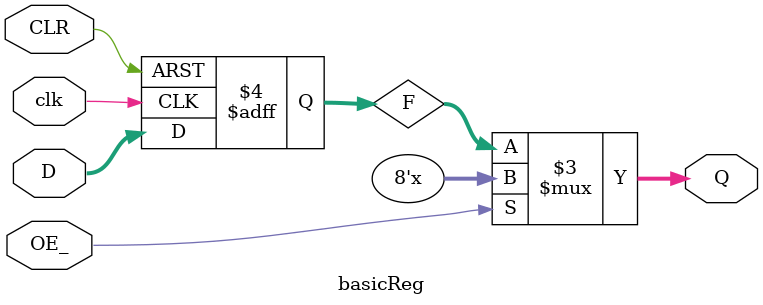
<source format=v>
`timescale 1ns / 1ps


module basicReg(
        input clk,
        input CLR,
        input OE_,
        input [7:0] D,
        output [7:0] Q 
    );

    reg [7:0] F;

    always @(posedge clk or posedge CLR) begin
        if (CLR) begin
            F <= 8'b0;
        end else begin
            F <= D;
        end
    end

    assign Q = !OE_ ? F : 8'bz;

    
endmodule

</source>
